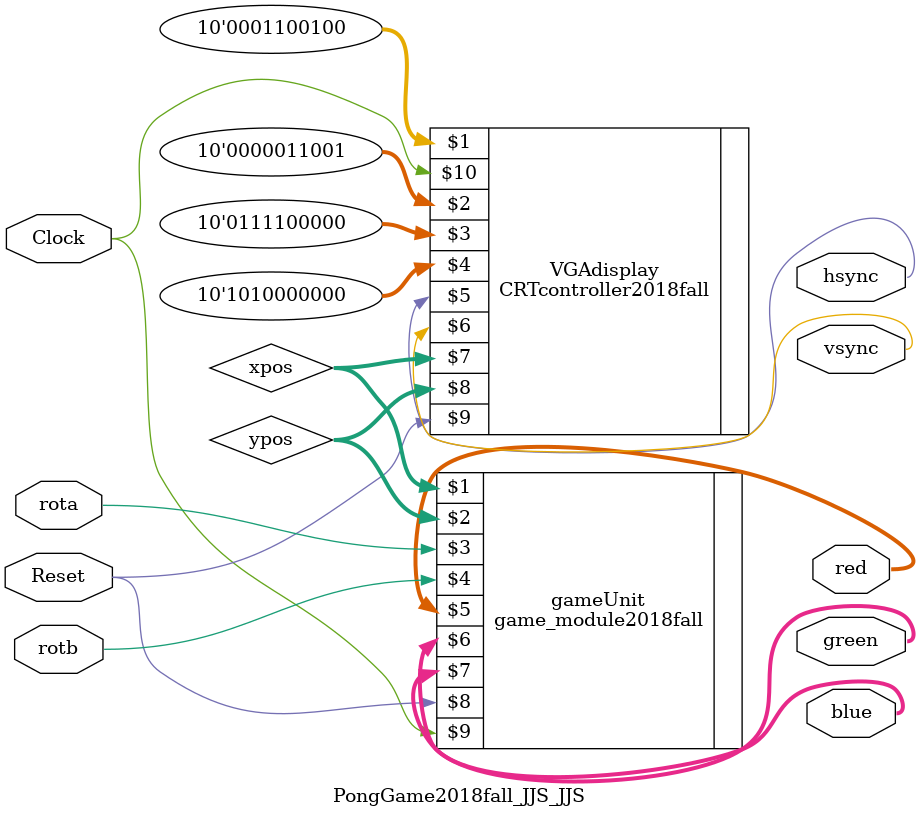
<source format=v>
`timescale 1ns / 1ps

module PongGame2018fall_JJS_JJS(
   input Clock, Reset, rota, rotb,
    output [3:0] red,
    output [3:0] green,
    output [3:0] blue,
    output hsync, vsync
    );

wire [9:0] xpos;
wire [9:0] ypos;

parameter [9:0] NumberofPixels=10'd640, NumberofLines=10'd480;
parameter [9:0] SystemClock=10'd100, CRTClock=10'd25; //MHz 

//module CRTcontroller2018fall(SystemClockFreq, CRTClockFreq, Yresolution, 
//Xresolution,  hsync, vsync, xpos, ypos, reset, clock);
CRTcontroller2018fall VGAdisplay(SystemClock, CRTClock, NumberofLines, 
    NumberofPixels,  hsync, vsync, xpos, ypos, Reset, Clock);
	  
/* module game_module2018fall(
				input [9:0] xpos,
				input [9:0] ypos,
				input rota,
				input rotb,
				output [3:0] red,
				output [3:0] green,
				output [3:0] blue, input Reset,input clk25);
*/
game_module2018fall gameUnit(xpos, ypos, rota, rotb, 
red, green, blue,Reset, Clock);
					
endmodule

</source>
